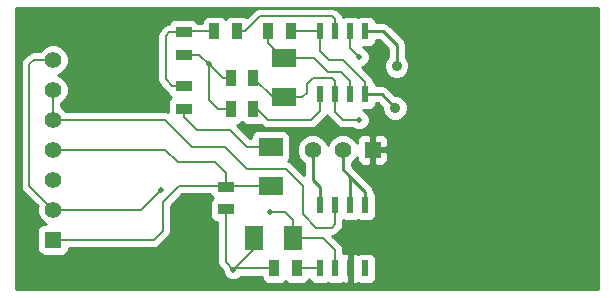
<source format=gtl>
G04 (created by PCBNEW (2013-07-07 BZR 4022)-stable) date 1/28/2014 11:43:37 AM*
%MOIN*%
G04 Gerber Fmt 3.4, Leading zero omitted, Abs format*
%FSLAX34Y34*%
G01*
G70*
G90*
G04 APERTURE LIST*
%ADD10C,0.00590551*%
%ADD11R,0.0236X0.0551*%
%ADD12R,0.08X0.06*%
%ADD13R,0.06X0.08*%
%ADD14R,0.035X0.055*%
%ADD15R,0.055X0.035*%
%ADD16R,0.055X0.055*%
%ADD17C,0.055*%
%ADD18C,0.02*%
%ADD19C,0.035*%
%ADD20C,0.01*%
%ADD21C,0.006*%
G04 APERTURE END LIST*
G54D10*
G54D11*
X85700Y-53600D03*
X85700Y-51500D03*
X85200Y-53600D03*
X84700Y-53600D03*
X84200Y-53600D03*
X85200Y-51500D03*
X84700Y-51500D03*
X84200Y-51500D03*
X85700Y-59400D03*
X85700Y-57300D03*
X85200Y-59400D03*
X84700Y-59400D03*
X84200Y-59400D03*
X85200Y-57300D03*
X84700Y-57300D03*
X84200Y-57300D03*
G54D12*
X83000Y-52400D03*
X83000Y-53700D03*
X82550Y-56650D03*
X82550Y-55350D03*
G54D13*
X82000Y-58400D03*
X83300Y-58400D03*
G54D14*
X83225Y-51500D03*
X82475Y-51500D03*
X81975Y-53050D03*
X81225Y-53050D03*
X81975Y-54100D03*
X81225Y-54100D03*
G54D15*
X81050Y-57425D03*
X81050Y-56675D03*
G54D14*
X81425Y-51500D03*
X80675Y-51500D03*
X82675Y-59400D03*
X83425Y-59400D03*
G54D15*
X79650Y-53325D03*
X79650Y-54075D03*
X79650Y-51525D03*
X79650Y-52275D03*
G54D16*
X85950Y-55450D03*
G54D17*
X84950Y-55450D03*
X83950Y-55450D03*
G54D16*
X75300Y-58450D03*
G54D17*
X75300Y-57450D03*
X75300Y-56450D03*
X75300Y-55450D03*
X75300Y-54450D03*
X75300Y-53450D03*
X75300Y-52450D03*
G54D18*
X81300Y-59450D03*
X80500Y-52600D03*
G54D19*
X86750Y-52650D03*
G54D18*
X85500Y-54450D03*
X85500Y-52350D03*
X82530Y-57510D03*
X78900Y-56795D03*
G54D19*
X86700Y-54050D03*
G54D20*
X84200Y-57300D02*
X84200Y-56700D01*
X83950Y-56450D02*
X83950Y-55450D01*
X84200Y-56700D02*
X83950Y-56450D01*
G54D21*
X82675Y-59400D02*
X81350Y-59400D01*
X81350Y-59400D02*
X81300Y-59450D01*
X82000Y-58400D02*
X82000Y-58750D01*
X81050Y-59200D02*
X81300Y-59450D01*
X81050Y-59200D02*
X81050Y-57425D01*
X82000Y-58750D02*
X81300Y-59450D01*
X81225Y-54100D02*
X80800Y-54100D01*
X80500Y-53800D02*
X80500Y-52600D01*
X80800Y-54100D02*
X80500Y-53800D01*
X81225Y-53050D02*
X80950Y-53050D01*
X80175Y-52275D02*
X80500Y-52600D01*
X80175Y-52275D02*
X79650Y-52275D01*
X80950Y-53050D02*
X80500Y-52600D01*
G54D20*
X85700Y-51500D02*
X86300Y-51500D01*
X86750Y-51950D02*
X86750Y-52650D01*
X86300Y-51500D02*
X86750Y-51950D01*
X85700Y-57300D02*
X85700Y-56850D01*
X85700Y-56850D02*
X85200Y-56350D01*
X85200Y-57300D02*
X85200Y-56350D01*
X84950Y-56100D02*
X84950Y-55450D01*
X85200Y-56350D02*
X84950Y-56100D01*
G54D21*
X75300Y-55450D02*
X77790Y-55450D01*
X79045Y-55450D02*
X79455Y-55860D01*
X79455Y-55860D02*
X80685Y-55860D01*
X80685Y-55860D02*
X81050Y-56225D01*
X81050Y-56225D02*
X81050Y-56675D01*
X77790Y-55450D02*
X79045Y-55450D01*
X75300Y-58450D02*
X77790Y-58450D01*
X78650Y-58450D02*
X78950Y-58150D01*
X78950Y-58150D02*
X78950Y-57200D01*
X78950Y-57200D02*
X79500Y-56650D01*
X79500Y-56650D02*
X81025Y-56650D01*
X81025Y-56650D02*
X81050Y-56675D01*
X77790Y-58450D02*
X78650Y-58450D01*
X82550Y-56650D02*
X81075Y-56650D01*
X81075Y-56650D02*
X81050Y-56675D01*
X75300Y-53450D02*
X75300Y-54450D01*
X75300Y-54450D02*
X79020Y-54450D01*
X84700Y-57930D02*
X84700Y-57300D01*
X84590Y-58040D02*
X84700Y-57930D01*
X84080Y-58040D02*
X84590Y-58040D01*
X83620Y-57580D02*
X84080Y-58040D01*
X83620Y-56650D02*
X83620Y-57580D01*
X83060Y-56090D02*
X83620Y-56650D01*
X81780Y-56090D02*
X83060Y-56090D01*
X81040Y-55350D02*
X81780Y-56090D01*
X79920Y-55350D02*
X81040Y-55350D01*
X79020Y-54450D02*
X79920Y-55350D01*
X85200Y-51500D02*
X85200Y-52050D01*
X84700Y-54200D02*
X84700Y-53600D01*
X84950Y-54450D02*
X84700Y-54200D01*
X85500Y-54450D02*
X84950Y-54450D01*
X85200Y-52050D02*
X85500Y-52350D01*
X84700Y-53600D02*
X84700Y-53150D01*
X83600Y-53700D02*
X83000Y-53700D01*
X83750Y-53550D02*
X83600Y-53700D01*
X83750Y-53250D02*
X83750Y-53550D01*
X83950Y-53050D02*
X83750Y-53250D01*
X84600Y-53050D02*
X83950Y-53050D01*
X84700Y-53150D02*
X84600Y-53050D01*
X83000Y-53700D02*
X82625Y-53700D01*
X82625Y-53700D02*
X81975Y-53050D01*
X81975Y-54100D02*
X82100Y-54100D01*
X84200Y-54150D02*
X84200Y-53600D01*
X83900Y-54450D02*
X84200Y-54150D01*
X82450Y-54450D02*
X83900Y-54450D01*
X82100Y-54100D02*
X82450Y-54450D01*
X85200Y-53600D02*
X85200Y-53150D01*
X84000Y-52400D02*
X83000Y-52400D01*
X84450Y-52850D02*
X84000Y-52400D01*
X84900Y-52850D02*
X84450Y-52850D01*
X85200Y-53150D02*
X84900Y-52850D01*
X82475Y-51500D02*
X82475Y-51875D01*
X82475Y-51875D02*
X83000Y-52400D01*
X81425Y-51500D02*
X81700Y-51500D01*
X84700Y-51100D02*
X84700Y-51500D01*
X84600Y-51000D02*
X84700Y-51100D01*
X82200Y-51000D02*
X84600Y-51000D01*
X81700Y-51500D02*
X82200Y-51000D01*
X79650Y-54075D02*
X79650Y-54350D01*
X81750Y-55350D02*
X82550Y-55350D01*
X81200Y-54800D02*
X81750Y-55350D01*
X80100Y-54800D02*
X81200Y-54800D01*
X79650Y-54350D02*
X80100Y-54800D01*
X83425Y-59400D02*
X84200Y-59400D01*
X75300Y-52450D02*
X74650Y-52450D01*
X74500Y-56650D02*
X75300Y-57450D01*
X74500Y-52600D02*
X74500Y-56650D01*
X74650Y-52450D02*
X74500Y-52600D01*
X75300Y-57450D02*
X77790Y-57450D01*
X77790Y-57450D02*
X78245Y-57450D01*
X83300Y-57785D02*
X83300Y-58400D01*
X83025Y-57510D02*
X83300Y-57785D01*
X82530Y-57510D02*
X83025Y-57510D01*
X78245Y-57450D02*
X78900Y-56795D01*
X83300Y-58400D02*
X84300Y-58400D01*
X84700Y-58800D02*
X84700Y-59400D01*
X84300Y-58400D02*
X84700Y-58800D01*
X79650Y-51525D02*
X79175Y-51525D01*
X79275Y-53325D02*
X79650Y-53325D01*
X79050Y-53100D02*
X79275Y-53325D01*
X79050Y-51650D02*
X79050Y-53100D01*
X79175Y-51525D02*
X79050Y-51650D01*
X80675Y-51500D02*
X79675Y-51500D01*
X79675Y-51500D02*
X79650Y-51525D01*
X84200Y-51500D02*
X84200Y-52150D01*
X85700Y-53200D02*
X85700Y-53600D01*
X84950Y-52450D02*
X85700Y-53200D01*
X84500Y-52450D02*
X84950Y-52450D01*
X84200Y-52150D02*
X84500Y-52450D01*
X84200Y-51500D02*
X83225Y-51500D01*
G54D20*
X86700Y-54050D02*
X86250Y-53600D01*
X86250Y-53600D02*
X85700Y-53600D01*
G54D10*
G36*
X93450Y-60100D02*
X87175Y-60100D01*
X87175Y-52565D01*
X87110Y-52409D01*
X87050Y-52348D01*
X87050Y-51950D01*
X87027Y-51835D01*
X86962Y-51737D01*
X86512Y-51287D01*
X86414Y-51222D01*
X86300Y-51200D01*
X86068Y-51200D01*
X86068Y-51174D01*
X86030Y-51083D01*
X85959Y-51012D01*
X85867Y-50974D01*
X85768Y-50974D01*
X85532Y-50974D01*
X85449Y-51008D01*
X85367Y-50974D01*
X85268Y-50974D01*
X85032Y-50974D01*
X84960Y-51004D01*
X84958Y-50992D01*
X84958Y-50992D01*
X84897Y-50902D01*
X84897Y-50902D01*
X84797Y-50802D01*
X84707Y-50741D01*
X84600Y-50720D01*
X82200Y-50720D01*
X82110Y-50737D01*
X82092Y-50741D01*
X82002Y-50802D01*
X81766Y-51037D01*
X81741Y-51013D01*
X81649Y-50975D01*
X81550Y-50974D01*
X81200Y-50974D01*
X81108Y-51012D01*
X81049Y-51071D01*
X80991Y-51013D01*
X80899Y-50975D01*
X80800Y-50974D01*
X80450Y-50974D01*
X80358Y-51012D01*
X80288Y-51083D01*
X80250Y-51175D01*
X80250Y-51220D01*
X80141Y-51220D01*
X80137Y-51208D01*
X80066Y-51138D01*
X79974Y-51100D01*
X79875Y-51099D01*
X79325Y-51099D01*
X79233Y-51137D01*
X79163Y-51208D01*
X79145Y-51250D01*
X79067Y-51266D01*
X79037Y-51286D01*
X78977Y-51327D01*
X78852Y-51452D01*
X78791Y-51542D01*
X78770Y-51650D01*
X78770Y-53100D01*
X78791Y-53207D01*
X78852Y-53297D01*
X79077Y-53522D01*
X79128Y-53557D01*
X79128Y-53557D01*
X79162Y-53641D01*
X79221Y-53700D01*
X79163Y-53758D01*
X79125Y-53850D01*
X79124Y-53949D01*
X79124Y-54190D01*
X79020Y-54170D01*
X75752Y-54170D01*
X75745Y-54153D01*
X75597Y-54005D01*
X75580Y-53997D01*
X75580Y-53902D01*
X75597Y-53895D01*
X75744Y-53747D01*
X75824Y-53554D01*
X75825Y-53346D01*
X75745Y-53153D01*
X75597Y-53005D01*
X75464Y-52949D01*
X75597Y-52895D01*
X75744Y-52747D01*
X75824Y-52554D01*
X75825Y-52346D01*
X75745Y-52153D01*
X75597Y-52005D01*
X75404Y-51925D01*
X75196Y-51924D01*
X75003Y-52004D01*
X74855Y-52152D01*
X74847Y-52170D01*
X74650Y-52170D01*
X74542Y-52191D01*
X74512Y-52211D01*
X74452Y-52252D01*
X74302Y-52402D01*
X74241Y-52492D01*
X74220Y-52600D01*
X74220Y-56650D01*
X74241Y-56757D01*
X74302Y-56847D01*
X74782Y-57328D01*
X74775Y-57345D01*
X74774Y-57553D01*
X74854Y-57747D01*
X75002Y-57894D01*
X75074Y-57924D01*
X74975Y-57924D01*
X74883Y-57962D01*
X74813Y-58033D01*
X74775Y-58125D01*
X74774Y-58224D01*
X74774Y-58774D01*
X74812Y-58866D01*
X74883Y-58936D01*
X74975Y-58974D01*
X75074Y-58975D01*
X75624Y-58975D01*
X75716Y-58937D01*
X75786Y-58866D01*
X75824Y-58774D01*
X75824Y-58730D01*
X77790Y-58730D01*
X78650Y-58730D01*
X78757Y-58708D01*
X78757Y-58708D01*
X78847Y-58647D01*
X79147Y-58347D01*
X79147Y-58347D01*
X79188Y-58287D01*
X79208Y-58257D01*
X79208Y-58257D01*
X79229Y-58150D01*
X79230Y-58150D01*
X79230Y-57315D01*
X79615Y-56930D01*
X80537Y-56930D01*
X80562Y-56991D01*
X80621Y-57050D01*
X80563Y-57108D01*
X80525Y-57200D01*
X80524Y-57299D01*
X80524Y-57649D01*
X80562Y-57741D01*
X80633Y-57811D01*
X80725Y-57849D01*
X80770Y-57849D01*
X80770Y-59200D01*
X80791Y-59307D01*
X80852Y-59397D01*
X80949Y-59495D01*
X80949Y-59519D01*
X81003Y-59648D01*
X81101Y-59746D01*
X81230Y-59799D01*
X81369Y-59800D01*
X81498Y-59746D01*
X81565Y-59680D01*
X82249Y-59680D01*
X82249Y-59724D01*
X82287Y-59816D01*
X82358Y-59886D01*
X82450Y-59924D01*
X82549Y-59925D01*
X82899Y-59925D01*
X82991Y-59887D01*
X83050Y-59828D01*
X83108Y-59886D01*
X83200Y-59924D01*
X83299Y-59925D01*
X83649Y-59925D01*
X83741Y-59887D01*
X83811Y-59816D01*
X83840Y-59746D01*
X83869Y-59816D01*
X83940Y-59887D01*
X84032Y-59925D01*
X84131Y-59925D01*
X84367Y-59925D01*
X84450Y-59891D01*
X84532Y-59925D01*
X84631Y-59925D01*
X84867Y-59925D01*
X84950Y-59891D01*
X85032Y-59925D01*
X85087Y-59925D01*
X85150Y-59863D01*
X85150Y-59450D01*
X85142Y-59450D01*
X85142Y-59350D01*
X85150Y-59350D01*
X85150Y-58937D01*
X85087Y-58874D01*
X85032Y-58874D01*
X84980Y-58896D01*
X84980Y-58800D01*
X84979Y-58799D01*
X84958Y-58692D01*
X84958Y-58692D01*
X84938Y-58662D01*
X84897Y-58602D01*
X84897Y-58602D01*
X84611Y-58315D01*
X84697Y-58298D01*
X84697Y-58298D01*
X84787Y-58237D01*
X84897Y-58127D01*
X84897Y-58127D01*
X84958Y-58037D01*
X84958Y-58037D01*
X84962Y-58019D01*
X84979Y-57930D01*
X84980Y-57930D01*
X84980Y-57803D01*
X85032Y-57825D01*
X85131Y-57825D01*
X85367Y-57825D01*
X85450Y-57791D01*
X85532Y-57825D01*
X85631Y-57825D01*
X85867Y-57825D01*
X85959Y-57787D01*
X86029Y-57717D01*
X86067Y-57625D01*
X86068Y-57525D01*
X86068Y-56974D01*
X86030Y-56883D01*
X86000Y-56852D01*
X86000Y-56850D01*
X85977Y-56735D01*
X85912Y-56637D01*
X85912Y-56637D01*
X85412Y-56137D01*
X85412Y-56137D01*
X85412Y-56137D01*
X85250Y-55975D01*
X85250Y-55892D01*
X85394Y-55747D01*
X85424Y-55675D01*
X85424Y-55675D01*
X85425Y-55774D01*
X85463Y-55866D01*
X85533Y-55937D01*
X85625Y-55975D01*
X85837Y-55975D01*
X85900Y-55912D01*
X85900Y-55500D01*
X85892Y-55500D01*
X85892Y-55400D01*
X85900Y-55400D01*
X85900Y-54987D01*
X85837Y-54925D01*
X85625Y-54924D01*
X85533Y-54962D01*
X85463Y-55033D01*
X85425Y-55125D01*
X85424Y-55224D01*
X85424Y-55224D01*
X85395Y-55153D01*
X85247Y-55005D01*
X85054Y-54925D01*
X84846Y-54924D01*
X84653Y-55004D01*
X84505Y-55152D01*
X84449Y-55285D01*
X84395Y-55153D01*
X84247Y-55005D01*
X84054Y-54925D01*
X83846Y-54924D01*
X83653Y-55004D01*
X83505Y-55152D01*
X83425Y-55345D01*
X83424Y-55553D01*
X83504Y-55747D01*
X83650Y-55892D01*
X83650Y-56284D01*
X83257Y-55892D01*
X83167Y-55831D01*
X83129Y-55823D01*
X83161Y-55791D01*
X83199Y-55699D01*
X83200Y-55600D01*
X83200Y-55000D01*
X83162Y-54908D01*
X83091Y-54838D01*
X82999Y-54800D01*
X82900Y-54799D01*
X82100Y-54799D01*
X82008Y-54837D01*
X81938Y-54908D01*
X81900Y-55000D01*
X81899Y-55070D01*
X81865Y-55070D01*
X81421Y-54625D01*
X81449Y-54625D01*
X81541Y-54587D01*
X81600Y-54528D01*
X81658Y-54586D01*
X81750Y-54624D01*
X81849Y-54625D01*
X82199Y-54625D01*
X82220Y-54616D01*
X82252Y-54647D01*
X82252Y-54647D01*
X82312Y-54688D01*
X82342Y-54708D01*
X82342Y-54708D01*
X82449Y-54729D01*
X82450Y-54730D01*
X83900Y-54730D01*
X84007Y-54708D01*
X84007Y-54708D01*
X84097Y-54647D01*
X84397Y-54347D01*
X84397Y-54347D01*
X84437Y-54288D01*
X84441Y-54307D01*
X84502Y-54397D01*
X84752Y-54647D01*
X84752Y-54647D01*
X84812Y-54688D01*
X84842Y-54708D01*
X84842Y-54708D01*
X84950Y-54730D01*
X85284Y-54730D01*
X85301Y-54746D01*
X85430Y-54799D01*
X85569Y-54800D01*
X85698Y-54746D01*
X85796Y-54648D01*
X85849Y-54519D01*
X85850Y-54380D01*
X85796Y-54252D01*
X85698Y-54153D01*
X85631Y-54125D01*
X85631Y-54125D01*
X85867Y-54125D01*
X85959Y-54087D01*
X86029Y-54017D01*
X86067Y-53925D01*
X86067Y-53900D01*
X86125Y-53900D01*
X86275Y-54049D01*
X86274Y-54134D01*
X86339Y-54290D01*
X86458Y-54410D01*
X86615Y-54474D01*
X86784Y-54475D01*
X86940Y-54410D01*
X87060Y-54291D01*
X87124Y-54134D01*
X87125Y-53965D01*
X87060Y-53809D01*
X86941Y-53689D01*
X86784Y-53625D01*
X86699Y-53624D01*
X86462Y-53387D01*
X86364Y-53322D01*
X86250Y-53300D01*
X86068Y-53300D01*
X86068Y-53274D01*
X86030Y-53183D01*
X85963Y-53116D01*
X85963Y-53116D01*
X85958Y-53092D01*
X85958Y-53092D01*
X85938Y-53062D01*
X85897Y-53002D01*
X85897Y-53002D01*
X85588Y-52692D01*
X85698Y-52646D01*
X85796Y-52548D01*
X85849Y-52419D01*
X85850Y-52280D01*
X85796Y-52152D01*
X85698Y-52053D01*
X85631Y-52025D01*
X85631Y-52025D01*
X85867Y-52025D01*
X85959Y-51987D01*
X86029Y-51917D01*
X86067Y-51825D01*
X86067Y-51800D01*
X86175Y-51800D01*
X86450Y-52074D01*
X86450Y-52348D01*
X86389Y-52408D01*
X86325Y-52565D01*
X86324Y-52734D01*
X86389Y-52890D01*
X86508Y-53010D01*
X86665Y-53074D01*
X86834Y-53075D01*
X86990Y-53010D01*
X87110Y-52891D01*
X87174Y-52734D01*
X87175Y-52565D01*
X87175Y-60100D01*
X86475Y-60100D01*
X86475Y-55675D01*
X86475Y-55224D01*
X86474Y-55125D01*
X86436Y-55033D01*
X86366Y-54962D01*
X86274Y-54924D01*
X86062Y-54925D01*
X86000Y-54987D01*
X86000Y-55400D01*
X86412Y-55400D01*
X86475Y-55337D01*
X86475Y-55224D01*
X86475Y-55675D01*
X86475Y-55562D01*
X86412Y-55500D01*
X86000Y-55500D01*
X86000Y-55912D01*
X86062Y-55975D01*
X86274Y-55975D01*
X86366Y-55937D01*
X86436Y-55866D01*
X86474Y-55774D01*
X86475Y-55675D01*
X86475Y-60100D01*
X86068Y-60100D01*
X86068Y-59625D01*
X86068Y-59074D01*
X86030Y-58983D01*
X85959Y-58912D01*
X85867Y-58874D01*
X85768Y-58874D01*
X85532Y-58874D01*
X85450Y-58908D01*
X85367Y-58874D01*
X85312Y-58874D01*
X85250Y-58937D01*
X85250Y-59350D01*
X85257Y-59350D01*
X85257Y-59450D01*
X85250Y-59450D01*
X85250Y-59863D01*
X85312Y-59925D01*
X85367Y-59925D01*
X85450Y-59891D01*
X85532Y-59925D01*
X85631Y-59925D01*
X85867Y-59925D01*
X85959Y-59887D01*
X86029Y-59817D01*
X86067Y-59725D01*
X86068Y-59625D01*
X86068Y-60100D01*
X74069Y-60100D01*
X74069Y-50719D01*
X93450Y-50719D01*
X93450Y-60100D01*
X93450Y-60100D01*
G37*
G54D20*
X93450Y-60100D02*
X87175Y-60100D01*
X87175Y-52565D01*
X87110Y-52409D01*
X87050Y-52348D01*
X87050Y-51950D01*
X87027Y-51835D01*
X86962Y-51737D01*
X86512Y-51287D01*
X86414Y-51222D01*
X86300Y-51200D01*
X86068Y-51200D01*
X86068Y-51174D01*
X86030Y-51083D01*
X85959Y-51012D01*
X85867Y-50974D01*
X85768Y-50974D01*
X85532Y-50974D01*
X85449Y-51008D01*
X85367Y-50974D01*
X85268Y-50974D01*
X85032Y-50974D01*
X84960Y-51004D01*
X84958Y-50992D01*
X84958Y-50992D01*
X84897Y-50902D01*
X84897Y-50902D01*
X84797Y-50802D01*
X84707Y-50741D01*
X84600Y-50720D01*
X82200Y-50720D01*
X82110Y-50737D01*
X82092Y-50741D01*
X82002Y-50802D01*
X81766Y-51037D01*
X81741Y-51013D01*
X81649Y-50975D01*
X81550Y-50974D01*
X81200Y-50974D01*
X81108Y-51012D01*
X81049Y-51071D01*
X80991Y-51013D01*
X80899Y-50975D01*
X80800Y-50974D01*
X80450Y-50974D01*
X80358Y-51012D01*
X80288Y-51083D01*
X80250Y-51175D01*
X80250Y-51220D01*
X80141Y-51220D01*
X80137Y-51208D01*
X80066Y-51138D01*
X79974Y-51100D01*
X79875Y-51099D01*
X79325Y-51099D01*
X79233Y-51137D01*
X79163Y-51208D01*
X79145Y-51250D01*
X79067Y-51266D01*
X79037Y-51286D01*
X78977Y-51327D01*
X78852Y-51452D01*
X78791Y-51542D01*
X78770Y-51650D01*
X78770Y-53100D01*
X78791Y-53207D01*
X78852Y-53297D01*
X79077Y-53522D01*
X79128Y-53557D01*
X79128Y-53557D01*
X79162Y-53641D01*
X79221Y-53700D01*
X79163Y-53758D01*
X79125Y-53850D01*
X79124Y-53949D01*
X79124Y-54190D01*
X79020Y-54170D01*
X75752Y-54170D01*
X75745Y-54153D01*
X75597Y-54005D01*
X75580Y-53997D01*
X75580Y-53902D01*
X75597Y-53895D01*
X75744Y-53747D01*
X75824Y-53554D01*
X75825Y-53346D01*
X75745Y-53153D01*
X75597Y-53005D01*
X75464Y-52949D01*
X75597Y-52895D01*
X75744Y-52747D01*
X75824Y-52554D01*
X75825Y-52346D01*
X75745Y-52153D01*
X75597Y-52005D01*
X75404Y-51925D01*
X75196Y-51924D01*
X75003Y-52004D01*
X74855Y-52152D01*
X74847Y-52170D01*
X74650Y-52170D01*
X74542Y-52191D01*
X74512Y-52211D01*
X74452Y-52252D01*
X74302Y-52402D01*
X74241Y-52492D01*
X74220Y-52600D01*
X74220Y-56650D01*
X74241Y-56757D01*
X74302Y-56847D01*
X74782Y-57328D01*
X74775Y-57345D01*
X74774Y-57553D01*
X74854Y-57747D01*
X75002Y-57894D01*
X75074Y-57924D01*
X74975Y-57924D01*
X74883Y-57962D01*
X74813Y-58033D01*
X74775Y-58125D01*
X74774Y-58224D01*
X74774Y-58774D01*
X74812Y-58866D01*
X74883Y-58936D01*
X74975Y-58974D01*
X75074Y-58975D01*
X75624Y-58975D01*
X75716Y-58937D01*
X75786Y-58866D01*
X75824Y-58774D01*
X75824Y-58730D01*
X77790Y-58730D01*
X78650Y-58730D01*
X78757Y-58708D01*
X78757Y-58708D01*
X78847Y-58647D01*
X79147Y-58347D01*
X79147Y-58347D01*
X79188Y-58287D01*
X79208Y-58257D01*
X79208Y-58257D01*
X79229Y-58150D01*
X79230Y-58150D01*
X79230Y-57315D01*
X79615Y-56930D01*
X80537Y-56930D01*
X80562Y-56991D01*
X80621Y-57050D01*
X80563Y-57108D01*
X80525Y-57200D01*
X80524Y-57299D01*
X80524Y-57649D01*
X80562Y-57741D01*
X80633Y-57811D01*
X80725Y-57849D01*
X80770Y-57849D01*
X80770Y-59200D01*
X80791Y-59307D01*
X80852Y-59397D01*
X80949Y-59495D01*
X80949Y-59519D01*
X81003Y-59648D01*
X81101Y-59746D01*
X81230Y-59799D01*
X81369Y-59800D01*
X81498Y-59746D01*
X81565Y-59680D01*
X82249Y-59680D01*
X82249Y-59724D01*
X82287Y-59816D01*
X82358Y-59886D01*
X82450Y-59924D01*
X82549Y-59925D01*
X82899Y-59925D01*
X82991Y-59887D01*
X83050Y-59828D01*
X83108Y-59886D01*
X83200Y-59924D01*
X83299Y-59925D01*
X83649Y-59925D01*
X83741Y-59887D01*
X83811Y-59816D01*
X83840Y-59746D01*
X83869Y-59816D01*
X83940Y-59887D01*
X84032Y-59925D01*
X84131Y-59925D01*
X84367Y-59925D01*
X84450Y-59891D01*
X84532Y-59925D01*
X84631Y-59925D01*
X84867Y-59925D01*
X84950Y-59891D01*
X85032Y-59925D01*
X85087Y-59925D01*
X85150Y-59863D01*
X85150Y-59450D01*
X85142Y-59450D01*
X85142Y-59350D01*
X85150Y-59350D01*
X85150Y-58937D01*
X85087Y-58874D01*
X85032Y-58874D01*
X84980Y-58896D01*
X84980Y-58800D01*
X84979Y-58799D01*
X84958Y-58692D01*
X84958Y-58692D01*
X84938Y-58662D01*
X84897Y-58602D01*
X84897Y-58602D01*
X84611Y-58315D01*
X84697Y-58298D01*
X84697Y-58298D01*
X84787Y-58237D01*
X84897Y-58127D01*
X84897Y-58127D01*
X84958Y-58037D01*
X84958Y-58037D01*
X84962Y-58019D01*
X84979Y-57930D01*
X84980Y-57930D01*
X84980Y-57803D01*
X85032Y-57825D01*
X85131Y-57825D01*
X85367Y-57825D01*
X85450Y-57791D01*
X85532Y-57825D01*
X85631Y-57825D01*
X85867Y-57825D01*
X85959Y-57787D01*
X86029Y-57717D01*
X86067Y-57625D01*
X86068Y-57525D01*
X86068Y-56974D01*
X86030Y-56883D01*
X86000Y-56852D01*
X86000Y-56850D01*
X85977Y-56735D01*
X85912Y-56637D01*
X85912Y-56637D01*
X85412Y-56137D01*
X85412Y-56137D01*
X85412Y-56137D01*
X85250Y-55975D01*
X85250Y-55892D01*
X85394Y-55747D01*
X85424Y-55675D01*
X85424Y-55675D01*
X85425Y-55774D01*
X85463Y-55866D01*
X85533Y-55937D01*
X85625Y-55975D01*
X85837Y-55975D01*
X85900Y-55912D01*
X85900Y-55500D01*
X85892Y-55500D01*
X85892Y-55400D01*
X85900Y-55400D01*
X85900Y-54987D01*
X85837Y-54925D01*
X85625Y-54924D01*
X85533Y-54962D01*
X85463Y-55033D01*
X85425Y-55125D01*
X85424Y-55224D01*
X85424Y-55224D01*
X85395Y-55153D01*
X85247Y-55005D01*
X85054Y-54925D01*
X84846Y-54924D01*
X84653Y-55004D01*
X84505Y-55152D01*
X84449Y-55285D01*
X84395Y-55153D01*
X84247Y-55005D01*
X84054Y-54925D01*
X83846Y-54924D01*
X83653Y-55004D01*
X83505Y-55152D01*
X83425Y-55345D01*
X83424Y-55553D01*
X83504Y-55747D01*
X83650Y-55892D01*
X83650Y-56284D01*
X83257Y-55892D01*
X83167Y-55831D01*
X83129Y-55823D01*
X83161Y-55791D01*
X83199Y-55699D01*
X83200Y-55600D01*
X83200Y-55000D01*
X83162Y-54908D01*
X83091Y-54838D01*
X82999Y-54800D01*
X82900Y-54799D01*
X82100Y-54799D01*
X82008Y-54837D01*
X81938Y-54908D01*
X81900Y-55000D01*
X81899Y-55070D01*
X81865Y-55070D01*
X81421Y-54625D01*
X81449Y-54625D01*
X81541Y-54587D01*
X81600Y-54528D01*
X81658Y-54586D01*
X81750Y-54624D01*
X81849Y-54625D01*
X82199Y-54625D01*
X82220Y-54616D01*
X82252Y-54647D01*
X82252Y-54647D01*
X82312Y-54688D01*
X82342Y-54708D01*
X82342Y-54708D01*
X82449Y-54729D01*
X82450Y-54730D01*
X83900Y-54730D01*
X84007Y-54708D01*
X84007Y-54708D01*
X84097Y-54647D01*
X84397Y-54347D01*
X84397Y-54347D01*
X84437Y-54288D01*
X84441Y-54307D01*
X84502Y-54397D01*
X84752Y-54647D01*
X84752Y-54647D01*
X84812Y-54688D01*
X84842Y-54708D01*
X84842Y-54708D01*
X84950Y-54730D01*
X85284Y-54730D01*
X85301Y-54746D01*
X85430Y-54799D01*
X85569Y-54800D01*
X85698Y-54746D01*
X85796Y-54648D01*
X85849Y-54519D01*
X85850Y-54380D01*
X85796Y-54252D01*
X85698Y-54153D01*
X85631Y-54125D01*
X85631Y-54125D01*
X85867Y-54125D01*
X85959Y-54087D01*
X86029Y-54017D01*
X86067Y-53925D01*
X86067Y-53900D01*
X86125Y-53900D01*
X86275Y-54049D01*
X86274Y-54134D01*
X86339Y-54290D01*
X86458Y-54410D01*
X86615Y-54474D01*
X86784Y-54475D01*
X86940Y-54410D01*
X87060Y-54291D01*
X87124Y-54134D01*
X87125Y-53965D01*
X87060Y-53809D01*
X86941Y-53689D01*
X86784Y-53625D01*
X86699Y-53624D01*
X86462Y-53387D01*
X86364Y-53322D01*
X86250Y-53300D01*
X86068Y-53300D01*
X86068Y-53274D01*
X86030Y-53183D01*
X85963Y-53116D01*
X85963Y-53116D01*
X85958Y-53092D01*
X85958Y-53092D01*
X85938Y-53062D01*
X85897Y-53002D01*
X85897Y-53002D01*
X85588Y-52692D01*
X85698Y-52646D01*
X85796Y-52548D01*
X85849Y-52419D01*
X85850Y-52280D01*
X85796Y-52152D01*
X85698Y-52053D01*
X85631Y-52025D01*
X85631Y-52025D01*
X85867Y-52025D01*
X85959Y-51987D01*
X86029Y-51917D01*
X86067Y-51825D01*
X86067Y-51800D01*
X86175Y-51800D01*
X86450Y-52074D01*
X86450Y-52348D01*
X86389Y-52408D01*
X86325Y-52565D01*
X86324Y-52734D01*
X86389Y-52890D01*
X86508Y-53010D01*
X86665Y-53074D01*
X86834Y-53075D01*
X86990Y-53010D01*
X87110Y-52891D01*
X87174Y-52734D01*
X87175Y-52565D01*
X87175Y-60100D01*
X86475Y-60100D01*
X86475Y-55675D01*
X86475Y-55224D01*
X86474Y-55125D01*
X86436Y-55033D01*
X86366Y-54962D01*
X86274Y-54924D01*
X86062Y-54925D01*
X86000Y-54987D01*
X86000Y-55400D01*
X86412Y-55400D01*
X86475Y-55337D01*
X86475Y-55224D01*
X86475Y-55675D01*
X86475Y-55562D01*
X86412Y-55500D01*
X86000Y-55500D01*
X86000Y-55912D01*
X86062Y-55975D01*
X86274Y-55975D01*
X86366Y-55937D01*
X86436Y-55866D01*
X86474Y-55774D01*
X86475Y-55675D01*
X86475Y-60100D01*
X86068Y-60100D01*
X86068Y-59625D01*
X86068Y-59074D01*
X86030Y-58983D01*
X85959Y-58912D01*
X85867Y-58874D01*
X85768Y-58874D01*
X85532Y-58874D01*
X85450Y-58908D01*
X85367Y-58874D01*
X85312Y-58874D01*
X85250Y-58937D01*
X85250Y-59350D01*
X85257Y-59350D01*
X85257Y-59450D01*
X85250Y-59450D01*
X85250Y-59863D01*
X85312Y-59925D01*
X85367Y-59925D01*
X85450Y-59891D01*
X85532Y-59925D01*
X85631Y-59925D01*
X85867Y-59925D01*
X85959Y-59887D01*
X86029Y-59817D01*
X86067Y-59725D01*
X86068Y-59625D01*
X86068Y-60100D01*
X74069Y-60100D01*
X74069Y-50719D01*
X93450Y-50719D01*
X93450Y-60100D01*
M02*

</source>
